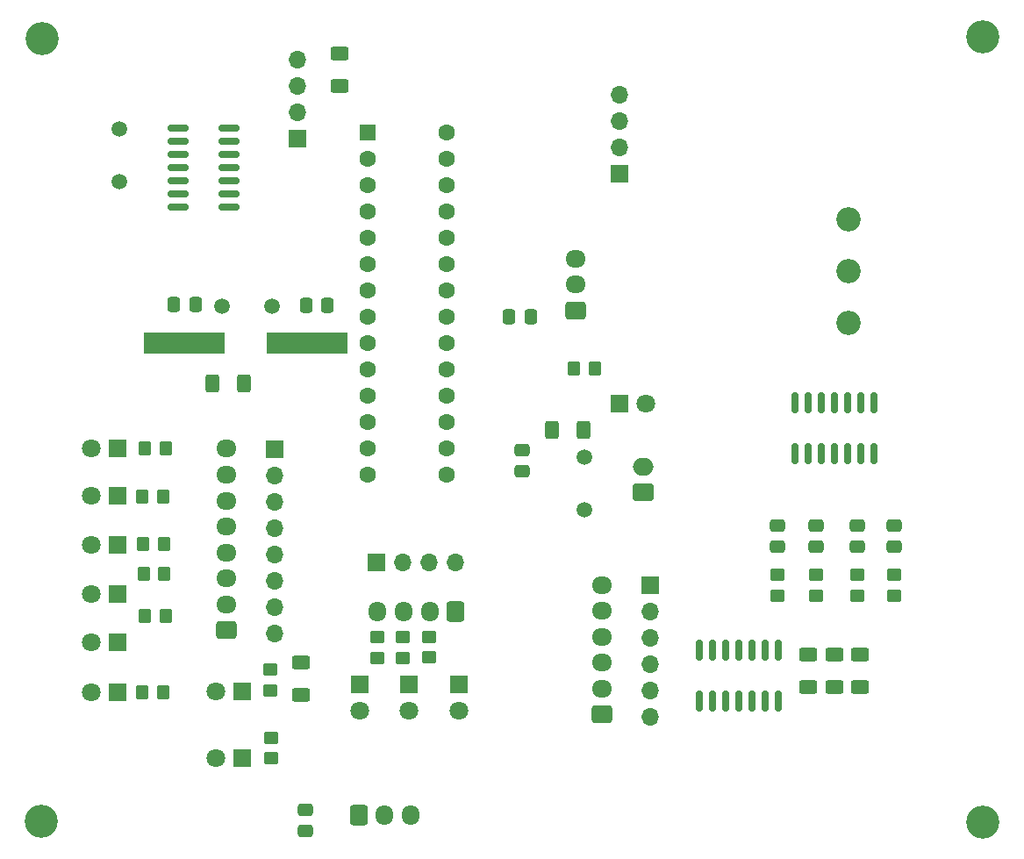
<source format=gbr>
%TF.GenerationSoftware,KiCad,Pcbnew,9.0.0*%
%TF.CreationDate,2025-06-16T14:41:11+03:00*%
%TF.ProjectId,ThorDrive_HW,54686f72-4472-4697-9665-5f48572e6b69,rev?*%
%TF.SameCoordinates,PX16c095cPY63de680*%
%TF.FileFunction,Soldermask,Bot*%
%TF.FilePolarity,Negative*%
%FSLAX46Y46*%
G04 Gerber Fmt 4.6, Leading zero omitted, Abs format (unit mm)*
G04 Created by KiCad (PCBNEW 9.0.0) date 2025-06-16 14:41:11*
%MOMM*%
%LPD*%
G01*
G04 APERTURE LIST*
G04 Aperture macros list*
%AMRoundRect*
0 Rectangle with rounded corners*
0 $1 Rounding radius*
0 $2 $3 $4 $5 $6 $7 $8 $9 X,Y pos of 4 corners*
0 Add a 4 corners polygon primitive as box body*
4,1,4,$2,$3,$4,$5,$6,$7,$8,$9,$2,$3,0*
0 Add four circle primitives for the rounded corners*
1,1,$1+$1,$2,$3*
1,1,$1+$1,$4,$5*
1,1,$1+$1,$6,$7*
1,1,$1+$1,$8,$9*
0 Add four rect primitives between the rounded corners*
20,1,$1+$1,$2,$3,$4,$5,0*
20,1,$1+$1,$4,$5,$6,$7,0*
20,1,$1+$1,$6,$7,$8,$9,0*
20,1,$1+$1,$8,$9,$2,$3,0*%
G04 Aperture macros list end*
%ADD10RoundRect,0.250000X0.750000X-0.600000X0.750000X0.600000X-0.750000X0.600000X-0.750000X-0.600000X0*%
%ADD11O,2.000000X1.700000*%
%ADD12C,1.508000*%
%ADD13RoundRect,0.250000X-0.400000X-0.625000X0.400000X-0.625000X0.400000X0.625000X-0.400000X0.625000X0*%
%ADD14RoundRect,0.250000X-0.475000X0.337500X-0.475000X-0.337500X0.475000X-0.337500X0.475000X0.337500X0*%
%ADD15C,3.200000*%
%ADD16RoundRect,0.250000X0.725000X-0.600000X0.725000X0.600000X-0.725000X0.600000X-0.725000X-0.600000X0*%
%ADD17O,1.950000X1.700000*%
%ADD18R,1.800000X1.800000*%
%ADD19C,1.800000*%
%ADD20RoundRect,0.250000X-0.337500X-0.475000X0.337500X-0.475000X0.337500X0.475000X-0.337500X0.475000X0*%
%ADD21RoundRect,0.250000X0.350000X0.450000X-0.350000X0.450000X-0.350000X-0.450000X0.350000X-0.450000X0*%
%ADD22C,2.340000*%
%ADD23O,1.700000X1.700000*%
%ADD24R,1.700000X1.700000*%
%ADD25RoundRect,0.250000X0.625000X-0.400000X0.625000X0.400000X-0.625000X0.400000X-0.625000X-0.400000X0*%
%ADD26RoundRect,0.250000X0.450000X-0.350000X0.450000X0.350000X-0.450000X0.350000X-0.450000X-0.350000X0*%
%ADD27RoundRect,0.150000X0.825000X0.150000X-0.825000X0.150000X-0.825000X-0.150000X0.825000X-0.150000X0*%
%ADD28RoundRect,0.250000X-0.350000X-0.450000X0.350000X-0.450000X0.350000X0.450000X-0.350000X0.450000X0*%
%ADD29C,1.500000*%
%ADD30R,7.875000X2.000000*%
%ADD31RoundRect,0.150000X-0.150000X0.825000X-0.150000X-0.825000X0.150000X-0.825000X0.150000X0.825000X0*%
%ADD32RoundRect,0.150000X0.150000X-0.825000X0.150000X0.825000X-0.150000X0.825000X-0.150000X-0.825000X0*%
%ADD33RoundRect,0.250000X-0.550000X-0.550000X0.550000X-0.550000X0.550000X0.550000X-0.550000X0.550000X0*%
%ADD34C,1.600000*%
%ADD35RoundRect,0.250000X-0.625000X0.400000X-0.625000X-0.400000X0.625000X-0.400000X0.625000X0.400000X0*%
%ADD36RoundRect,0.250000X0.400000X0.625000X-0.400000X0.625000X-0.400000X-0.625000X0.400000X-0.625000X0*%
%ADD37RoundRect,0.250000X-0.600000X-0.725000X0.600000X-0.725000X0.600000X0.725000X-0.600000X0.725000X0*%
%ADD38O,1.700000X1.950000*%
%ADD39RoundRect,0.250000X0.600000X0.725000X-0.600000X0.725000X-0.600000X-0.725000X0.600000X-0.725000X0*%
%ADD40RoundRect,0.250000X0.475000X-0.337500X0.475000X0.337500X-0.475000X0.337500X-0.475000X-0.337500X0*%
%ADD41RoundRect,0.250000X0.337500X0.475000X-0.337500X0.475000X-0.337500X-0.475000X0.337500X-0.475000X0*%
G04 APERTURE END LIST*
D10*
%TO.C,J13*%
X62050000Y35560000D03*
D11*
X62050000Y38060000D03*
%TD*%
D12*
%TO.C,SW3*%
X56350000Y38949500D03*
X56350000Y33949500D03*
%TD*%
D13*
%TO.C,R23*%
X53225000Y41635000D03*
X56325000Y41635000D03*
%TD*%
D14*
%TO.C,C9*%
X50400000Y39685000D03*
X50400000Y37610000D03*
%TD*%
D15*
%TO.C,H4*%
X3950000Y3810000D03*
%TD*%
%TO.C,H3*%
X94825000Y3785000D03*
%TD*%
%TO.C,H2*%
X94850000Y79510000D03*
%TD*%
%TO.C,H1*%
X4075000Y79360000D03*
%TD*%
D16*
%TO.C,J4*%
X21842500Y22295000D03*
D17*
X21842500Y24795000D03*
X21842500Y27295000D03*
X21842500Y29795000D03*
X21842500Y32295000D03*
X21842500Y34795000D03*
X21842500Y37295000D03*
X21842500Y39795000D03*
%TD*%
D18*
%TO.C,D7*%
X11350000Y39810000D03*
D19*
X8810000Y39810000D03*
%TD*%
D14*
%TO.C,C8*%
X29500000Y4960000D03*
X29500000Y2885000D03*
%TD*%
D20*
%TO.C,C7*%
X51217500Y52565000D03*
X49142500Y52565000D03*
%TD*%
D19*
%TO.C,D1*%
X62270000Y44135000D03*
D18*
X59730000Y44135000D03*
%TD*%
D17*
%TO.C,J10*%
X55500000Y58135000D03*
X55500000Y55635000D03*
D16*
X55500000Y53135000D03*
%TD*%
D21*
%TO.C,R10*%
X55410000Y47575000D03*
X57410000Y47575000D03*
%TD*%
D22*
%TO.C,RV2*%
X81850000Y61935000D03*
X81850000Y56935000D03*
X81850000Y51935000D03*
%TD*%
D17*
%TO.C,J2*%
X58042500Y26645000D03*
X58042500Y24145000D03*
X58042500Y21645000D03*
X58042500Y19145000D03*
X58042500Y16645000D03*
D16*
X58042500Y14145000D03*
%TD*%
D23*
%TO.C,J7*%
X62695000Y13945000D03*
X62695000Y16485000D03*
X62695000Y19025000D03*
X62695000Y21565000D03*
X62695000Y24105000D03*
D24*
X62695000Y26645000D03*
%TD*%
D25*
%TO.C,R22*%
X29000000Y19185000D03*
X29000000Y16085000D03*
%TD*%
D24*
%TO.C,J9*%
X28700000Y69745000D03*
D23*
X28700000Y72285000D03*
X28700000Y74825000D03*
X28700000Y77365000D03*
%TD*%
D26*
%TO.C,R15*%
X26080000Y16465000D03*
X26080000Y18465000D03*
%TD*%
D18*
%TO.C,D6*%
X23390000Y16375000D03*
D19*
X20850000Y16375000D03*
%TD*%
D27*
%TO.C,U4*%
X22100000Y70755000D03*
X22100000Y69485000D03*
X22100000Y68215000D03*
X22100000Y66945000D03*
X22100000Y65675000D03*
X22100000Y64405000D03*
X22100000Y63135000D03*
X17150000Y63135000D03*
X17150000Y64405000D03*
X17150000Y65675000D03*
X17150000Y66945000D03*
X17150000Y68215000D03*
X17150000Y69485000D03*
X17150000Y70755000D03*
%TD*%
D19*
%TO.C,D11*%
X8780000Y21085000D03*
D18*
X11320000Y21085000D03*
%TD*%
D19*
%TO.C,D9*%
X8805000Y30510000D03*
D18*
X11345000Y30510000D03*
%TD*%
D19*
%TO.C,D8*%
X8810000Y35235000D03*
D18*
X11350000Y35235000D03*
%TD*%
D19*
%TO.C,D10*%
X8810000Y25810000D03*
D18*
X11350000Y25810000D03*
%TD*%
D23*
%TO.C,J5*%
X26500000Y22005000D03*
X26500000Y24545000D03*
X26500000Y27085000D03*
X26500000Y29625000D03*
X26500000Y32165000D03*
X26500000Y34705000D03*
X26500000Y37245000D03*
D24*
X26500000Y39785000D03*
%TD*%
D28*
%TO.C,R21*%
X13750000Y16260000D03*
X15750000Y16260000D03*
%TD*%
D19*
%TO.C,D12*%
X8785000Y16260000D03*
D18*
X11325000Y16260000D03*
%TD*%
D29*
%TO.C,Y2*%
X21400000Y53585000D03*
X26280000Y53585000D03*
%TD*%
D30*
%TO.C,Y1*%
X17762500Y49985000D03*
X29637500Y49985000D03*
%TD*%
D31*
%TO.C,U3*%
X67440000Y20360000D03*
X68710000Y20360000D03*
X69980000Y20360000D03*
X71250000Y20360000D03*
X72520000Y20360000D03*
X73790000Y20360000D03*
X75060000Y20360000D03*
X75060000Y15410000D03*
X73790000Y15410000D03*
X72520000Y15410000D03*
X71250000Y15410000D03*
X69980000Y15410000D03*
X68710000Y15410000D03*
X67440000Y15410000D03*
%TD*%
D32*
%TO.C,U2*%
X84330000Y39285000D03*
X83060000Y39285000D03*
X81790000Y39285000D03*
X80520000Y39285000D03*
X79250000Y39285000D03*
X77980000Y39285000D03*
X76710000Y39285000D03*
X76710000Y44235000D03*
X77980000Y44235000D03*
X79250000Y44235000D03*
X80520000Y44235000D03*
X81790000Y44235000D03*
X83060000Y44235000D03*
X84330000Y44235000D03*
%TD*%
D33*
%TO.C,U1*%
X35480000Y70285000D03*
D34*
X35480000Y67745000D03*
X35480000Y65205000D03*
X35480000Y62665000D03*
X35480000Y60125000D03*
X35480000Y57585000D03*
X35480000Y55045000D03*
X35480000Y52505000D03*
X35480000Y49965000D03*
X35480000Y47425000D03*
X35480000Y44885000D03*
X35480000Y42345000D03*
X35480000Y39805000D03*
X35480000Y37265000D03*
X43100000Y37265000D03*
X43100000Y39805000D03*
X43100000Y42345000D03*
X43100000Y44885000D03*
X43100000Y47425000D03*
X43100000Y49965000D03*
X43100000Y52505000D03*
X43100000Y55045000D03*
X43100000Y57585000D03*
X43100000Y60125000D03*
X43100000Y62665000D03*
X43100000Y65205000D03*
X43100000Y67745000D03*
X43100000Y70285000D03*
%TD*%
D12*
%TO.C,SW1*%
X11500000Y70615000D03*
X11500000Y65615000D03*
%TD*%
D26*
%TO.C,R14*%
X26140000Y9935000D03*
X26140000Y11935000D03*
%TD*%
%TO.C,R13*%
X36390000Y19595000D03*
X36390000Y21595000D03*
%TD*%
%TO.C,R12*%
X38880000Y19635000D03*
X38880000Y21635000D03*
%TD*%
%TO.C,R11*%
X41380000Y19665000D03*
X41380000Y21665000D03*
%TD*%
%TO.C,R9*%
X82750000Y25635000D03*
X82750000Y27635000D03*
%TD*%
%TO.C,R8*%
X78750000Y25635000D03*
X78750000Y27635000D03*
%TD*%
%TO.C,R7*%
X75000000Y25635000D03*
X75000000Y27635000D03*
%TD*%
%TO.C,R6*%
X86250000Y25635000D03*
X86250000Y27635000D03*
%TD*%
D25*
%TO.C,R5*%
X80500000Y16835000D03*
X80500000Y19935000D03*
%TD*%
%TO.C,R4*%
X83000000Y16835000D03*
X83000000Y19935000D03*
%TD*%
D35*
%TO.C,R3*%
X78000000Y19935000D03*
X78000000Y16835000D03*
%TD*%
D25*
%TO.C,R2*%
X32800000Y74835000D03*
X32800000Y77935000D03*
%TD*%
D36*
%TO.C,R1*%
X23550000Y46085000D03*
X20450000Y46085000D03*
%TD*%
D24*
%TO.C,J8*%
X59750000Y66345000D03*
D23*
X59750000Y68885000D03*
X59750000Y71425000D03*
X59750000Y73965000D03*
%TD*%
D24*
%TO.C,J6*%
X36317500Y28820000D03*
D23*
X38857500Y28820000D03*
X41397500Y28820000D03*
X43937500Y28820000D03*
%TD*%
D37*
%TO.C,J3*%
X34592500Y4420000D03*
D38*
X37092500Y4420000D03*
X39592500Y4420000D03*
%TD*%
D39*
%TO.C,J1*%
X43942500Y24045000D03*
D38*
X41442500Y24045000D03*
X38942500Y24045000D03*
X36442500Y24045000D03*
%TD*%
D18*
%TO.C,D5*%
X23380000Y9915000D03*
D19*
X20840000Y9915000D03*
%TD*%
D18*
%TO.C,D4*%
X39450000Y17045000D03*
D19*
X39450000Y14505000D03*
%TD*%
D18*
%TO.C,D3*%
X44310000Y17025000D03*
D19*
X44310000Y14485000D03*
%TD*%
D18*
%TO.C,D2*%
X34690000Y17055000D03*
D19*
X34690000Y14515000D03*
%TD*%
D40*
%TO.C,C6*%
X82750000Y30347500D03*
X82750000Y32422500D03*
%TD*%
%TO.C,C5*%
X78750000Y30347500D03*
X78750000Y32422500D03*
%TD*%
%TO.C,C4*%
X75000000Y30347500D03*
X75000000Y32422500D03*
%TD*%
%TO.C,C3*%
X86250000Y30347500D03*
X86250000Y32422500D03*
%TD*%
D41*
%TO.C,C2*%
X18850000Y53685000D03*
X16775000Y53685000D03*
%TD*%
D20*
%TO.C,C1*%
X29522500Y53665000D03*
X31597500Y53665000D03*
%TD*%
D28*
%TO.C,R19*%
X13850000Y27710000D03*
X15850000Y27710000D03*
%TD*%
%TO.C,R18*%
X15800000Y30585000D03*
X13800000Y30585000D03*
%TD*%
%TO.C,R17*%
X15750000Y35210000D03*
X13750000Y35210000D03*
%TD*%
%TO.C,R16*%
X16000000Y39810000D03*
X14000000Y39810000D03*
%TD*%
%TO.C,R20*%
X13975000Y23660000D03*
X15975000Y23660000D03*
%TD*%
M02*

</source>
